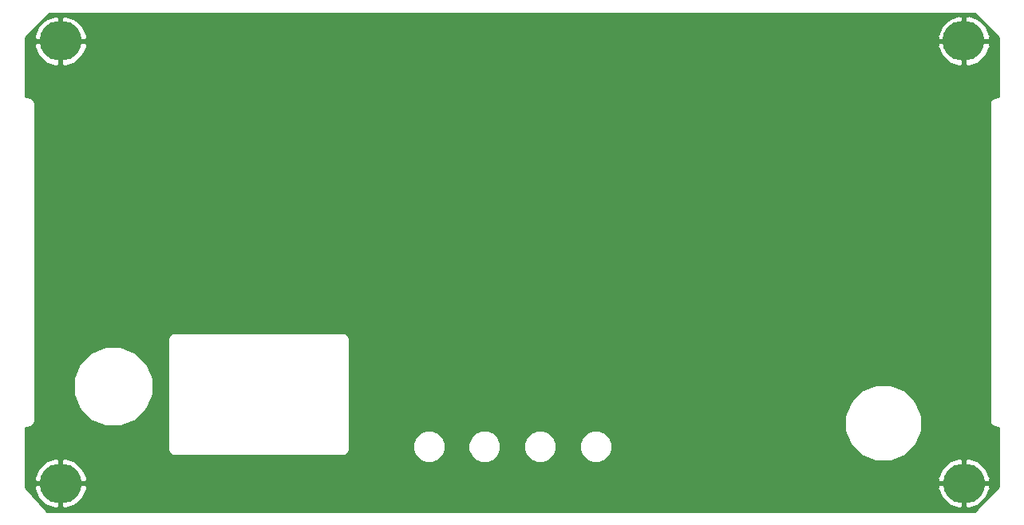
<source format=gbr>
G04 #@! TF.GenerationSoftware,KiCad,Pcbnew,5.0.2+dfsg1-1*
G04 #@! TF.CreationDate,2019-07-23T09:39:21-06:00*
G04 #@! TF.ProjectId,hl2-front,686c322d-6672-46f6-9e74-2e6b69636164,rev?*
G04 #@! TF.SameCoordinates,Original*
G04 #@! TF.FileFunction,Copper,L1,Top*
G04 #@! TF.FilePolarity,Positive*
%FSLAX46Y46*%
G04 Gerber Fmt 4.6, Leading zero omitted, Abs format (unit mm)*
G04 Created by KiCad (PCBNEW 5.0.2+dfsg1-1) date Tue 23 Jul 2019 09:39:21 AM MDT*
%MOMM*%
%LPD*%
G01*
G04 APERTURE LIST*
G04 #@! TA.AperFunction,ComponentPad*
%ADD10O,4.450000X4.200000*%
G04 #@! TD*
G04 #@! TA.AperFunction,Conductor*
%ADD11C,0.254000*%
G04 #@! TD*
G04 APERTURE END LIST*
D10*
G04 #@! TO.P,H1,1*
G04 #@! TO.N,GND*
X64837664Y-144461404D03*
G04 #@! TD*
G04 #@! TO.P,H4,1*
G04 #@! TO.N,GND*
X64835847Y-191382711D03*
G04 #@! TD*
G04 #@! TO.P,H3,1*
G04 #@! TO.N,GND*
X160655625Y-191376298D03*
G04 #@! TD*
G04 #@! TO.P,H2,1*
G04 #@! TO.N,GND*
X160649213Y-144459694D03*
G04 #@! TD*
D11*
G04 #@! TO.N,GND*
G36*
X164365001Y-144104448D02*
X164365000Y-150394941D01*
X164184642Y-150394927D01*
X164112220Y-150380521D01*
X163960774Y-150410646D01*
X163825494Y-150437543D01*
X163825469Y-150437560D01*
X163825438Y-150437566D01*
X163701861Y-150520137D01*
X163582358Y-150599973D01*
X163582341Y-150599998D01*
X163582316Y-150600015D01*
X163502504Y-150719463D01*
X163419890Y-150843081D01*
X163419884Y-150843112D01*
X163419867Y-150843137D01*
X163391528Y-150985607D01*
X163362822Y-151129860D01*
X163377221Y-151202279D01*
X163377220Y-184642027D01*
X163362822Y-184714443D01*
X163389690Y-184849457D01*
X163419866Y-185001162D01*
X163419885Y-185001190D01*
X163419891Y-185001221D01*
X163497086Y-185116730D01*
X163582315Y-185244285D01*
X163582344Y-185244304D01*
X163582361Y-185244330D01*
X163699183Y-185322374D01*
X163825437Y-185406734D01*
X163825470Y-185406741D01*
X163825496Y-185406758D01*
X163965004Y-185434496D01*
X164112220Y-185463779D01*
X164184640Y-185449374D01*
X164365001Y-185449358D01*
X164365000Y-191795553D01*
X161795554Y-194365000D01*
X63427342Y-194365000D01*
X61240822Y-191935534D01*
X62032300Y-191935534D01*
X62050994Y-192019229D01*
X62497048Y-192988659D01*
X63280133Y-193713598D01*
X64281031Y-194083680D01*
X64708847Y-193958915D01*
X64708847Y-191509711D01*
X64962847Y-191509711D01*
X64962847Y-193958915D01*
X65390663Y-194083680D01*
X66391561Y-193713598D01*
X67174646Y-192988659D01*
X67620700Y-192019229D01*
X67639394Y-191935534D01*
X67637807Y-191929121D01*
X157852078Y-191929121D01*
X157870772Y-192012816D01*
X158316826Y-192982246D01*
X159099911Y-193707185D01*
X160100809Y-194077267D01*
X160528625Y-193952502D01*
X160528625Y-191503298D01*
X160782625Y-191503298D01*
X160782625Y-193952502D01*
X161210441Y-194077267D01*
X162211339Y-193707185D01*
X162994424Y-192982246D01*
X163440478Y-192012816D01*
X163459172Y-191929121D01*
X163353743Y-191503298D01*
X160782625Y-191503298D01*
X160528625Y-191503298D01*
X157957507Y-191503298D01*
X157852078Y-191929121D01*
X67637807Y-191929121D01*
X67533965Y-191509711D01*
X64962847Y-191509711D01*
X64708847Y-191509711D01*
X62137729Y-191509711D01*
X62032300Y-191935534D01*
X61240822Y-191935534D01*
X61130554Y-191813015D01*
X61130554Y-190829888D01*
X62032300Y-190829888D01*
X62137729Y-191255711D01*
X64708847Y-191255711D01*
X64708847Y-188806507D01*
X64962847Y-188806507D01*
X64962847Y-191255711D01*
X67533965Y-191255711D01*
X67639394Y-190829888D01*
X67637962Y-190823475D01*
X157852078Y-190823475D01*
X157957507Y-191249298D01*
X160528625Y-191249298D01*
X160528625Y-188800094D01*
X160782625Y-188800094D01*
X160782625Y-191249298D01*
X163353743Y-191249298D01*
X163459172Y-190823475D01*
X163440478Y-190739780D01*
X162994424Y-189770350D01*
X162211339Y-189045411D01*
X161210441Y-188675329D01*
X160782625Y-188800094D01*
X160528625Y-188800094D01*
X160100809Y-188675329D01*
X159099911Y-189045411D01*
X158316826Y-189770350D01*
X157870772Y-190739780D01*
X157852078Y-190823475D01*
X67637962Y-190823475D01*
X67620700Y-190746193D01*
X67174646Y-189776763D01*
X66391561Y-189051824D01*
X65390663Y-188681742D01*
X64962847Y-188806507D01*
X64708847Y-188806507D01*
X64281031Y-188681742D01*
X63280133Y-189051824D01*
X62497048Y-189776763D01*
X62050994Y-190746193D01*
X62032300Y-190829888D01*
X61130554Y-190829888D01*
X61130554Y-185449358D01*
X61310914Y-185449374D01*
X61383334Y-185463779D01*
X61530550Y-185434496D01*
X61670058Y-185406758D01*
X61670084Y-185406741D01*
X61670117Y-185406734D01*
X61796371Y-185322374D01*
X61913193Y-185244330D01*
X61913210Y-185244304D01*
X61913239Y-185244285D01*
X62000387Y-185113859D01*
X62075663Y-185001221D01*
X62075669Y-185001192D01*
X62075688Y-185001163D01*
X62106317Y-184847181D01*
X62132732Y-184714443D01*
X62118334Y-184642027D01*
X62118334Y-180257606D01*
X66165000Y-180257606D01*
X66165000Y-181942394D01*
X66809740Y-183498935D01*
X68001065Y-184690260D01*
X69557606Y-185335000D01*
X71242394Y-185335000D01*
X72798935Y-184690260D01*
X73990260Y-183498935D01*
X74635000Y-181942394D01*
X74635000Y-180257606D01*
X73990260Y-178701065D01*
X72798935Y-177509740D01*
X71242394Y-176865000D01*
X69557606Y-176865000D01*
X68001065Y-177509740D01*
X66809740Y-178701065D01*
X66165000Y-180257606D01*
X62118334Y-180257606D01*
X62118334Y-176133591D01*
X76202935Y-176133591D01*
X76217335Y-176205984D01*
X76217334Y-187667581D01*
X76202935Y-187739969D01*
X76259980Y-188026752D01*
X76422429Y-188269874D01*
X76665551Y-188432323D01*
X76952334Y-188489368D01*
X77024722Y-188474969D01*
X94659943Y-188474969D01*
X94732331Y-188489368D01*
X94804719Y-188474969D01*
X94864409Y-188463096D01*
X95019114Y-188432323D01*
X95262236Y-188269874D01*
X95424685Y-188026752D01*
X95467331Y-187812357D01*
X95467331Y-187812356D01*
X95481730Y-187739969D01*
X95467331Y-187667581D01*
X95467331Y-187154887D01*
X102165000Y-187154887D01*
X102165000Y-187845113D01*
X102429138Y-188482799D01*
X102917201Y-188970862D01*
X103554887Y-189235000D01*
X104245113Y-189235000D01*
X104882799Y-188970862D01*
X105370862Y-188482799D01*
X105635000Y-187845113D01*
X105635000Y-187154887D01*
X108065000Y-187154887D01*
X108065000Y-187845113D01*
X108329138Y-188482799D01*
X108817201Y-188970862D01*
X109454887Y-189235000D01*
X110145113Y-189235000D01*
X110782799Y-188970862D01*
X111270862Y-188482799D01*
X111535000Y-187845113D01*
X111535000Y-187154887D01*
X113965000Y-187154887D01*
X113965000Y-187845113D01*
X114229138Y-188482799D01*
X114717201Y-188970862D01*
X115354887Y-189235000D01*
X116045113Y-189235000D01*
X116682799Y-188970862D01*
X117170862Y-188482799D01*
X117435000Y-187845113D01*
X117435000Y-187154887D01*
X119865000Y-187154887D01*
X119865000Y-187845113D01*
X120129138Y-188482799D01*
X120617201Y-188970862D01*
X121254887Y-189235000D01*
X121945113Y-189235000D01*
X122582799Y-188970862D01*
X123070862Y-188482799D01*
X123335000Y-187845113D01*
X123335000Y-187154887D01*
X123070862Y-186517201D01*
X122582799Y-186029138D01*
X121945113Y-185765000D01*
X121254887Y-185765000D01*
X120617201Y-186029138D01*
X120129138Y-186517201D01*
X119865000Y-187154887D01*
X117435000Y-187154887D01*
X117170862Y-186517201D01*
X116682799Y-186029138D01*
X116045113Y-185765000D01*
X115354887Y-185765000D01*
X114717201Y-186029138D01*
X114229138Y-186517201D01*
X113965000Y-187154887D01*
X111535000Y-187154887D01*
X111270862Y-186517201D01*
X110782799Y-186029138D01*
X110145113Y-185765000D01*
X109454887Y-185765000D01*
X108817201Y-186029138D01*
X108329138Y-186517201D01*
X108065000Y-187154887D01*
X105635000Y-187154887D01*
X105370862Y-186517201D01*
X104882799Y-186029138D01*
X104245113Y-185765000D01*
X103554887Y-185765000D01*
X102917201Y-186029138D01*
X102429138Y-186517201D01*
X102165000Y-187154887D01*
X95467331Y-187154887D01*
X95467331Y-184187443D01*
X148015000Y-184187443D01*
X148015000Y-185812557D01*
X148636904Y-187313967D01*
X149786033Y-188463096D01*
X151287443Y-189085000D01*
X152912557Y-189085000D01*
X154413967Y-188463096D01*
X155563096Y-187313967D01*
X156185000Y-185812557D01*
X156185000Y-184187443D01*
X155563096Y-182686033D01*
X154413967Y-181536904D01*
X152912557Y-180915000D01*
X151287443Y-180915000D01*
X149786033Y-181536904D01*
X148636904Y-182686033D01*
X148015000Y-184187443D01*
X95467331Y-184187443D01*
X95467331Y-176205979D01*
X95481730Y-176133591D01*
X95424685Y-175846808D01*
X95262236Y-175603686D01*
X95019114Y-175441237D01*
X94804719Y-175398591D01*
X94732331Y-175384192D01*
X94659943Y-175398591D01*
X77024722Y-175398591D01*
X76952334Y-175384192D01*
X76879946Y-175398591D01*
X76665551Y-175441237D01*
X76422429Y-175603686D01*
X76259980Y-175846808D01*
X76202935Y-176133591D01*
X62118334Y-176133591D01*
X62118334Y-151202274D01*
X62132732Y-151129860D01*
X62106417Y-150997624D01*
X62075688Y-150843137D01*
X62075670Y-150843110D01*
X62075664Y-150843081D01*
X61998780Y-150728037D01*
X61913239Y-150600015D01*
X61913212Y-150599997D01*
X61913196Y-150599973D01*
X61796675Y-150522130D01*
X61670116Y-150437566D01*
X61670085Y-150437560D01*
X61670060Y-150437543D01*
X61534780Y-150410646D01*
X61383334Y-150380521D01*
X61310912Y-150394927D01*
X61130554Y-150394941D01*
X61130554Y-145014227D01*
X62034117Y-145014227D01*
X62052811Y-145097922D01*
X62498865Y-146067352D01*
X63281950Y-146792291D01*
X64282848Y-147162373D01*
X64710664Y-147037608D01*
X64710664Y-144588404D01*
X64964664Y-144588404D01*
X64964664Y-147037608D01*
X65392480Y-147162373D01*
X66393378Y-146792291D01*
X67176463Y-146067352D01*
X67622517Y-145097922D01*
X67641211Y-145014227D01*
X67640788Y-145012517D01*
X157845666Y-145012517D01*
X157864360Y-145096212D01*
X158310414Y-146065642D01*
X159093499Y-146790581D01*
X160094397Y-147160663D01*
X160522213Y-147035898D01*
X160522213Y-144586694D01*
X160776213Y-144586694D01*
X160776213Y-147035898D01*
X161204029Y-147160663D01*
X162204927Y-146790581D01*
X162988012Y-146065642D01*
X163434066Y-145096212D01*
X163452760Y-145012517D01*
X163347331Y-144586694D01*
X160776213Y-144586694D01*
X160522213Y-144586694D01*
X157951095Y-144586694D01*
X157845666Y-145012517D01*
X67640788Y-145012517D01*
X67535782Y-144588404D01*
X64964664Y-144588404D01*
X64710664Y-144588404D01*
X62139546Y-144588404D01*
X62034117Y-145014227D01*
X61130554Y-145014227D01*
X61130554Y-144108892D01*
X61330865Y-143908581D01*
X62034117Y-143908581D01*
X62139546Y-144334404D01*
X64710664Y-144334404D01*
X64710664Y-141885200D01*
X64964664Y-141885200D01*
X64964664Y-144334404D01*
X67535782Y-144334404D01*
X67641211Y-143908581D01*
X67640830Y-143906871D01*
X157845666Y-143906871D01*
X157951095Y-144332694D01*
X160522213Y-144332694D01*
X160522213Y-141883490D01*
X160776213Y-141883490D01*
X160776213Y-144332694D01*
X163347331Y-144332694D01*
X163452760Y-143906871D01*
X163434066Y-143823176D01*
X162988012Y-142853746D01*
X162204927Y-142128807D01*
X161204029Y-141758725D01*
X160776213Y-141883490D01*
X160522213Y-141883490D01*
X160094397Y-141758725D01*
X159093499Y-142128807D01*
X158310414Y-142853746D01*
X157864360Y-143823176D01*
X157845666Y-143906871D01*
X67640830Y-143906871D01*
X67622517Y-143824886D01*
X67176463Y-142855456D01*
X66393378Y-142130517D01*
X65392480Y-141760435D01*
X64964664Y-141885200D01*
X64710664Y-141885200D01*
X64282848Y-141760435D01*
X63281950Y-142130517D01*
X62498865Y-142855456D01*
X62052811Y-143824886D01*
X62034117Y-143908581D01*
X61330865Y-143908581D01*
X63704447Y-141535000D01*
X161795554Y-141535000D01*
X164365001Y-144104448D01*
X164365001Y-144104448D01*
G37*
X164365001Y-144104448D02*
X164365000Y-150394941D01*
X164184642Y-150394927D01*
X164112220Y-150380521D01*
X163960774Y-150410646D01*
X163825494Y-150437543D01*
X163825469Y-150437560D01*
X163825438Y-150437566D01*
X163701861Y-150520137D01*
X163582358Y-150599973D01*
X163582341Y-150599998D01*
X163582316Y-150600015D01*
X163502504Y-150719463D01*
X163419890Y-150843081D01*
X163419884Y-150843112D01*
X163419867Y-150843137D01*
X163391528Y-150985607D01*
X163362822Y-151129860D01*
X163377221Y-151202279D01*
X163377220Y-184642027D01*
X163362822Y-184714443D01*
X163389690Y-184849457D01*
X163419866Y-185001162D01*
X163419885Y-185001190D01*
X163419891Y-185001221D01*
X163497086Y-185116730D01*
X163582315Y-185244285D01*
X163582344Y-185244304D01*
X163582361Y-185244330D01*
X163699183Y-185322374D01*
X163825437Y-185406734D01*
X163825470Y-185406741D01*
X163825496Y-185406758D01*
X163965004Y-185434496D01*
X164112220Y-185463779D01*
X164184640Y-185449374D01*
X164365001Y-185449358D01*
X164365000Y-191795553D01*
X161795554Y-194365000D01*
X63427342Y-194365000D01*
X61240822Y-191935534D01*
X62032300Y-191935534D01*
X62050994Y-192019229D01*
X62497048Y-192988659D01*
X63280133Y-193713598D01*
X64281031Y-194083680D01*
X64708847Y-193958915D01*
X64708847Y-191509711D01*
X64962847Y-191509711D01*
X64962847Y-193958915D01*
X65390663Y-194083680D01*
X66391561Y-193713598D01*
X67174646Y-192988659D01*
X67620700Y-192019229D01*
X67639394Y-191935534D01*
X67637807Y-191929121D01*
X157852078Y-191929121D01*
X157870772Y-192012816D01*
X158316826Y-192982246D01*
X159099911Y-193707185D01*
X160100809Y-194077267D01*
X160528625Y-193952502D01*
X160528625Y-191503298D01*
X160782625Y-191503298D01*
X160782625Y-193952502D01*
X161210441Y-194077267D01*
X162211339Y-193707185D01*
X162994424Y-192982246D01*
X163440478Y-192012816D01*
X163459172Y-191929121D01*
X163353743Y-191503298D01*
X160782625Y-191503298D01*
X160528625Y-191503298D01*
X157957507Y-191503298D01*
X157852078Y-191929121D01*
X67637807Y-191929121D01*
X67533965Y-191509711D01*
X64962847Y-191509711D01*
X64708847Y-191509711D01*
X62137729Y-191509711D01*
X62032300Y-191935534D01*
X61240822Y-191935534D01*
X61130554Y-191813015D01*
X61130554Y-190829888D01*
X62032300Y-190829888D01*
X62137729Y-191255711D01*
X64708847Y-191255711D01*
X64708847Y-188806507D01*
X64962847Y-188806507D01*
X64962847Y-191255711D01*
X67533965Y-191255711D01*
X67639394Y-190829888D01*
X67637962Y-190823475D01*
X157852078Y-190823475D01*
X157957507Y-191249298D01*
X160528625Y-191249298D01*
X160528625Y-188800094D01*
X160782625Y-188800094D01*
X160782625Y-191249298D01*
X163353743Y-191249298D01*
X163459172Y-190823475D01*
X163440478Y-190739780D01*
X162994424Y-189770350D01*
X162211339Y-189045411D01*
X161210441Y-188675329D01*
X160782625Y-188800094D01*
X160528625Y-188800094D01*
X160100809Y-188675329D01*
X159099911Y-189045411D01*
X158316826Y-189770350D01*
X157870772Y-190739780D01*
X157852078Y-190823475D01*
X67637962Y-190823475D01*
X67620700Y-190746193D01*
X67174646Y-189776763D01*
X66391561Y-189051824D01*
X65390663Y-188681742D01*
X64962847Y-188806507D01*
X64708847Y-188806507D01*
X64281031Y-188681742D01*
X63280133Y-189051824D01*
X62497048Y-189776763D01*
X62050994Y-190746193D01*
X62032300Y-190829888D01*
X61130554Y-190829888D01*
X61130554Y-185449358D01*
X61310914Y-185449374D01*
X61383334Y-185463779D01*
X61530550Y-185434496D01*
X61670058Y-185406758D01*
X61670084Y-185406741D01*
X61670117Y-185406734D01*
X61796371Y-185322374D01*
X61913193Y-185244330D01*
X61913210Y-185244304D01*
X61913239Y-185244285D01*
X62000387Y-185113859D01*
X62075663Y-185001221D01*
X62075669Y-185001192D01*
X62075688Y-185001163D01*
X62106317Y-184847181D01*
X62132732Y-184714443D01*
X62118334Y-184642027D01*
X62118334Y-180257606D01*
X66165000Y-180257606D01*
X66165000Y-181942394D01*
X66809740Y-183498935D01*
X68001065Y-184690260D01*
X69557606Y-185335000D01*
X71242394Y-185335000D01*
X72798935Y-184690260D01*
X73990260Y-183498935D01*
X74635000Y-181942394D01*
X74635000Y-180257606D01*
X73990260Y-178701065D01*
X72798935Y-177509740D01*
X71242394Y-176865000D01*
X69557606Y-176865000D01*
X68001065Y-177509740D01*
X66809740Y-178701065D01*
X66165000Y-180257606D01*
X62118334Y-180257606D01*
X62118334Y-176133591D01*
X76202935Y-176133591D01*
X76217335Y-176205984D01*
X76217334Y-187667581D01*
X76202935Y-187739969D01*
X76259980Y-188026752D01*
X76422429Y-188269874D01*
X76665551Y-188432323D01*
X76952334Y-188489368D01*
X77024722Y-188474969D01*
X94659943Y-188474969D01*
X94732331Y-188489368D01*
X94804719Y-188474969D01*
X94864409Y-188463096D01*
X95019114Y-188432323D01*
X95262236Y-188269874D01*
X95424685Y-188026752D01*
X95467331Y-187812357D01*
X95467331Y-187812356D01*
X95481730Y-187739969D01*
X95467331Y-187667581D01*
X95467331Y-187154887D01*
X102165000Y-187154887D01*
X102165000Y-187845113D01*
X102429138Y-188482799D01*
X102917201Y-188970862D01*
X103554887Y-189235000D01*
X104245113Y-189235000D01*
X104882799Y-188970862D01*
X105370862Y-188482799D01*
X105635000Y-187845113D01*
X105635000Y-187154887D01*
X108065000Y-187154887D01*
X108065000Y-187845113D01*
X108329138Y-188482799D01*
X108817201Y-188970862D01*
X109454887Y-189235000D01*
X110145113Y-189235000D01*
X110782799Y-188970862D01*
X111270862Y-188482799D01*
X111535000Y-187845113D01*
X111535000Y-187154887D01*
X113965000Y-187154887D01*
X113965000Y-187845113D01*
X114229138Y-188482799D01*
X114717201Y-188970862D01*
X115354887Y-189235000D01*
X116045113Y-189235000D01*
X116682799Y-188970862D01*
X117170862Y-188482799D01*
X117435000Y-187845113D01*
X117435000Y-187154887D01*
X119865000Y-187154887D01*
X119865000Y-187845113D01*
X120129138Y-188482799D01*
X120617201Y-188970862D01*
X121254887Y-189235000D01*
X121945113Y-189235000D01*
X122582799Y-188970862D01*
X123070862Y-188482799D01*
X123335000Y-187845113D01*
X123335000Y-187154887D01*
X123070862Y-186517201D01*
X122582799Y-186029138D01*
X121945113Y-185765000D01*
X121254887Y-185765000D01*
X120617201Y-186029138D01*
X120129138Y-186517201D01*
X119865000Y-187154887D01*
X117435000Y-187154887D01*
X117170862Y-186517201D01*
X116682799Y-186029138D01*
X116045113Y-185765000D01*
X115354887Y-185765000D01*
X114717201Y-186029138D01*
X114229138Y-186517201D01*
X113965000Y-187154887D01*
X111535000Y-187154887D01*
X111270862Y-186517201D01*
X110782799Y-186029138D01*
X110145113Y-185765000D01*
X109454887Y-185765000D01*
X108817201Y-186029138D01*
X108329138Y-186517201D01*
X108065000Y-187154887D01*
X105635000Y-187154887D01*
X105370862Y-186517201D01*
X104882799Y-186029138D01*
X104245113Y-185765000D01*
X103554887Y-185765000D01*
X102917201Y-186029138D01*
X102429138Y-186517201D01*
X102165000Y-187154887D01*
X95467331Y-187154887D01*
X95467331Y-184187443D01*
X148015000Y-184187443D01*
X148015000Y-185812557D01*
X148636904Y-187313967D01*
X149786033Y-188463096D01*
X151287443Y-189085000D01*
X152912557Y-189085000D01*
X154413967Y-188463096D01*
X155563096Y-187313967D01*
X156185000Y-185812557D01*
X156185000Y-184187443D01*
X155563096Y-182686033D01*
X154413967Y-181536904D01*
X152912557Y-180915000D01*
X151287443Y-180915000D01*
X149786033Y-181536904D01*
X148636904Y-182686033D01*
X148015000Y-184187443D01*
X95467331Y-184187443D01*
X95467331Y-176205979D01*
X95481730Y-176133591D01*
X95424685Y-175846808D01*
X95262236Y-175603686D01*
X95019114Y-175441237D01*
X94804719Y-175398591D01*
X94732331Y-175384192D01*
X94659943Y-175398591D01*
X77024722Y-175398591D01*
X76952334Y-175384192D01*
X76879946Y-175398591D01*
X76665551Y-175441237D01*
X76422429Y-175603686D01*
X76259980Y-175846808D01*
X76202935Y-176133591D01*
X62118334Y-176133591D01*
X62118334Y-151202274D01*
X62132732Y-151129860D01*
X62106417Y-150997624D01*
X62075688Y-150843137D01*
X62075670Y-150843110D01*
X62075664Y-150843081D01*
X61998780Y-150728037D01*
X61913239Y-150600015D01*
X61913212Y-150599997D01*
X61913196Y-150599973D01*
X61796675Y-150522130D01*
X61670116Y-150437566D01*
X61670085Y-150437560D01*
X61670060Y-150437543D01*
X61534780Y-150410646D01*
X61383334Y-150380521D01*
X61310912Y-150394927D01*
X61130554Y-150394941D01*
X61130554Y-145014227D01*
X62034117Y-145014227D01*
X62052811Y-145097922D01*
X62498865Y-146067352D01*
X63281950Y-146792291D01*
X64282848Y-147162373D01*
X64710664Y-147037608D01*
X64710664Y-144588404D01*
X64964664Y-144588404D01*
X64964664Y-147037608D01*
X65392480Y-147162373D01*
X66393378Y-146792291D01*
X67176463Y-146067352D01*
X67622517Y-145097922D01*
X67641211Y-145014227D01*
X67640788Y-145012517D01*
X157845666Y-145012517D01*
X157864360Y-145096212D01*
X158310414Y-146065642D01*
X159093499Y-146790581D01*
X160094397Y-147160663D01*
X160522213Y-147035898D01*
X160522213Y-144586694D01*
X160776213Y-144586694D01*
X160776213Y-147035898D01*
X161204029Y-147160663D01*
X162204927Y-146790581D01*
X162988012Y-146065642D01*
X163434066Y-145096212D01*
X163452760Y-145012517D01*
X163347331Y-144586694D01*
X160776213Y-144586694D01*
X160522213Y-144586694D01*
X157951095Y-144586694D01*
X157845666Y-145012517D01*
X67640788Y-145012517D01*
X67535782Y-144588404D01*
X64964664Y-144588404D01*
X64710664Y-144588404D01*
X62139546Y-144588404D01*
X62034117Y-145014227D01*
X61130554Y-145014227D01*
X61130554Y-144108892D01*
X61330865Y-143908581D01*
X62034117Y-143908581D01*
X62139546Y-144334404D01*
X64710664Y-144334404D01*
X64710664Y-141885200D01*
X64964664Y-141885200D01*
X64964664Y-144334404D01*
X67535782Y-144334404D01*
X67641211Y-143908581D01*
X67640830Y-143906871D01*
X157845666Y-143906871D01*
X157951095Y-144332694D01*
X160522213Y-144332694D01*
X160522213Y-141883490D01*
X160776213Y-141883490D01*
X160776213Y-144332694D01*
X163347331Y-144332694D01*
X163452760Y-143906871D01*
X163434066Y-143823176D01*
X162988012Y-142853746D01*
X162204927Y-142128807D01*
X161204029Y-141758725D01*
X160776213Y-141883490D01*
X160522213Y-141883490D01*
X160094397Y-141758725D01*
X159093499Y-142128807D01*
X158310414Y-142853746D01*
X157864360Y-143823176D01*
X157845666Y-143906871D01*
X67640830Y-143906871D01*
X67622517Y-143824886D01*
X67176463Y-142855456D01*
X66393378Y-142130517D01*
X65392480Y-141760435D01*
X64964664Y-141885200D01*
X64710664Y-141885200D01*
X64282848Y-141760435D01*
X63281950Y-142130517D01*
X62498865Y-142855456D01*
X62052811Y-143824886D01*
X62034117Y-143908581D01*
X61330865Y-143908581D01*
X63704447Y-141535000D01*
X161795554Y-141535000D01*
X164365001Y-144104448D01*
G04 #@! TD*
M02*

</source>
